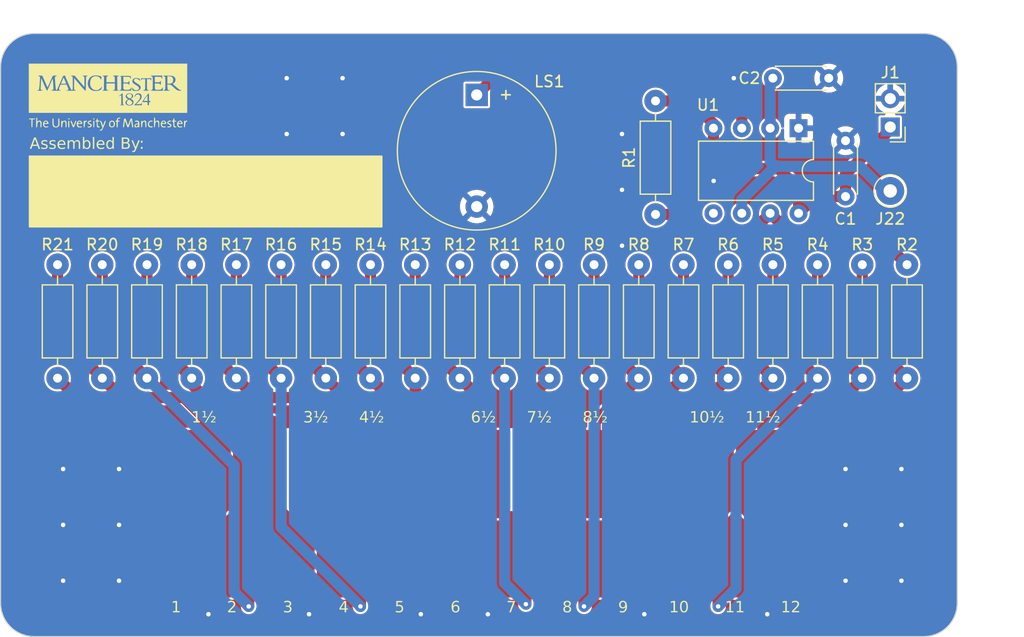
<source format=kicad_pcb>
(kicad_pcb (version 20221018) (generator pcbnew)
  (layers (0 "F.Cu" signal) (31 "B.Cu" signal) (34 "B.Paste" user) (35 "F.Paste" user) (36 "B.SilkS" user "B.Silkscreen") (37 "F.SilkS" user "F.Silkscreen") (38 "B.Mask" user) (39 "F.Mask" user) (44 "Edge.Cuts" user))
  (net 0 "")
  (net 1 "VCC")
  (net 2 "GND")
  (net 3 "Net-(J22-Pin_1)")
  (net 4 "Net-(J2-Pin_1)")
  (net 5 "Net-(J3-Pin_1)")
  (net 6 "Net-(J4-Pin_1)")
  (net 7 "Net-(J5-Pin_1)")
  (net 8 "Net-(J6-Pin_1)")
  (net 9 "Net-(J7-Pin_1)")
  (net 10 "Net-(J8-Pin_1)")
  (net 11 "Net-(J9-Pin_1)")
  (net 12 "Net-(J10-Pin_1)")
  (net 13 "Net-(J11-Pin_1)")
  (net 14 "Net-(J12-Pin_1)")
  (net 15 "Net-(J13-Pin_1)")
  (net 16 "Net-(J14-Pin_1)")
  (net 17 "Net-(J15-Pin_1)")
  (net 18 "Net-(J16-Pin_1)")
  (net 19 "Net-(J17-Pin_1)")
  (net 20 "Net-(J18-Pin_1)")
  (net 21 "Net-(J19-Pin_1)")
  (net 22 "Net-(J20-Pin_1)")
  (net 23 "Net-(J21-Pin_1)")
  (net 24 "Net-(U1-Q)")
  (net 25 "Net-(U1-DIS)")
  (footprint "Package_DIP:DIP-8_W7.62mm" (layer "F.Cu") (at 155.8 104.48 -90)
    (fp_text reference "U1" (at -2.08 8.1 -180) (layer "F.SilkS"))
    (fp_text value "NE555P")
    (pad "1" thru_hole rect (at 0 0 270) (size 1.6 1.6) (drill 0.8) (layers "*.Cu" "*.Mask") (net 2 "GND"))
    (pad "2" thru_hole oval (at 0 2.54 270) (size 1.6 1.6) (drill 0.8) (layers "*.Cu" "*.Mask") (net 3 "Net-(J22-Pin_1)"))
    (pad "3" thru_hole oval (at 0 5.08 270) (size 1.6 1.6) (drill 0.8) (layers "*.Cu" "*.Mask") (net 24 "Net-(U1-Q)"))
    (pad "4" thru_hole oval (at 0 7.62 270) (size 1.6 1.6) (drill 0.8) (layers "*.Cu" "*.Mask") (net 1 "VCC"))
    (pad "5" thru_hole oval (at 7.62 7.62 270) (size 1.6 1.6) (drill 0.8) (layers "*.Cu" "*.Mask"))
    (pad "6" thru_hole oval (at 7.62 5.08 270) (size 1.6 1.6) (drill 0.8) (layers "*.Cu" "*.Mask") (net 3 "Net-(J22-Pin_1)"))
    (pad "7" thru_hole oval (at 7.62 2.54 270) (size 1.6 1.6) (drill 0.8) (layers "*.Cu" "*.Mask") (net 25 "Net-(U1-DIS)"))
    (pad "8" thru_hole oval (at 7.62 0 270) (size 1.6 1.6) (drill 0.8) (layers "*.Cu" "*.Mask") (net 1 "VCC"))
  )
  (footprint "Library:R_Axial_DIN0207_L6.3mm_D2.5mm_P10.16mm_Horizontal" (layer "F.Cu") (at 109.5 116.7 -90)
    (fp_text reference "R16" (at -1.8 0) (layer "F.SilkS"))
    (fp_text value "3.48k, 1%")
    (pad "1" thru_hole circle (at 0 0 270) (size 2 2) (drill 0.8) (layers "*.Cu" "*.Mask") (net 17 "Net-(J15-Pin_1)"))
    (pad "2" thru_hole circle (at 10.16 0 270) (size 2 2) (drill 0.8) (layers "*.Cu" "*.Mask") (net 18 "Net-(J16-Pin_1)"))
  )
  (footprint "Library:R_Axial_DIN0207_L6.3mm_D2.5mm_P10.16mm_Horizontal" (layer "F.Cu") (at 165.5 116.7 -90)
    (fp_text reference "R2" (at -1.8 0) (layer "F.SilkS"))
    (fp_text value "22.1k, 1%")
    (pad "1" thru_hole circle (at 0 0 270) (size 2 2) (drill 0.8) (layers "*.Cu" "*.Mask") (net 25 "Net-(U1-DIS)"))
    (pad "2" thru_hole circle (at 10.16 0 270) (size 2 2) (drill 0.8) (layers "*.Cu" "*.Mask") (net 4 "Net-(J2-Pin_1)"))
  )
  (footprint "Buzzer_Beeper:Buzzer_D14mm_H7mm_P10mm" (layer "F.Cu") (at 127 101.5 -90)
    (fp_text reference "LS1" (at -1.2 -6.5 -180) (layer "F.SilkS"))
    (fp_text value "Piezo Sounder")
    (fp_text user "+" (at -0.01 -2.54 90) (layer "F.SilkS"))
    (pad "1" thru_hole rect (at 0 0 270) (size 2 2) (drill 1) (layers "*.Cu" "*.Mask") (net 24 "Net-(U1-Q)"))
    (pad "2" thru_hole circle (at 10 0 270) (size 2 2) (drill 1) (layers "*.Cu" "*.Mask") (net 2 "GND"))
  )
  (footprint "Library:R_Axial_DIN0207_L6.3mm_D2.5mm_P10.16mm_Horizontal" (layer "F.Cu") (at 101.5 116.7 -90)
    (fp_text reference "R18" (at -1.8 0) (layer "F.SilkS"))
    (fp_text value "3.83k, 1%")
    (pad "1" thru_hole circle (at 0 0 270) (size 2 2) (drill 0.8) (layers "*.Cu" "*.Mask") (net 19 "Net-(J17-Pin_1)"))
    (pad "2" thru_hole circle (at 10.16 0 270) (size 2 2) (drill 0.8) (layers "*.Cu" "*.Mask") (net 20 "Net-(J18-Pin_1)"))
  )
  (footprint "Library:R_Axial_DIN0207_L6.3mm_D2.5mm_P10.16mm_Horizontal" (layer "F.Cu") (at 105.5 116.7 -90)
    (fp_text reference "R17" (at -1.8 0) (layer "F.SilkS"))
    (fp_text value "3.65k, 1%")
    (pad "1" thru_hole circle (at 0 0 270) (size 2 2) (drill 0.8) (layers "*.Cu" "*.Mask") (net 18 "Net-(J16-Pin_1)"))
    (pad "2" thru_hole circle (at 10.16 0 270) (size 2 2) (drill 0.8) (layers "*.Cu" "*.Mask") (net 19 "Net-(J17-Pin_1)"))
  )
  (footprint "Library:R_Axial_DIN0207_L6.3mm_D2.5mm_P10.16mm_Horizontal" (layer "F.Cu") (at 93.5 116.7 -90)
    (fp_text reference "R20" (at -1.8 0) (layer "F.SilkS"))
    (fp_text value "4.32k, 1%")
    (pad "1" thru_hole circle (at 0 0 270) (size 2 2) (drill 0.8) (layers "*.Cu" "*.Mask") (net 21 "Net-(J19-Pin_1)"))
    (pad "2" thru_hole circle (at 10.16 0 270) (size 2 2) (drill 0.8) (layers "*.Cu" "*.Mask") (net 22 "Net-(J20-Pin_1)"))
  )
  (footprint "Library:R_Axial_DIN0207_L6.3mm_D2.5mm_P10.16mm_Horizontal" (layer "F.Cu") (at 121.5 116.7 -90)
    (fp_text reference "R13" (at -1.8 0) (layer "F.SilkS"))
    (fp_text value "2.87k, 1%")
    (pad "1" thru_hole circle (at 0 0 270) (size 2 2) (drill 0.8) (layers "*.Cu" "*.Mask") (net 14 "Net-(J12-Pin_1)"))
    (pad "2" thru_hole circle (at 10.16 0 270) (size 2 2) (drill 0.8) (layers "*.Cu" "*.Mask") (net 15 "Net-(J13-Pin_1)"))
  )
  (footprint "TestPoint:TestPoint_THTPad_D2.5mm_Drill1.2mm" (layer "F.Cu") (at 164 110.1)
    (fp_text reference "J22" (at 0 2.5) (layer "F.SilkS"))
    (fp_text value "Stylus")
    (pad "1" thru_hole circle (at 0 0) (size 2.5 2.5) (drill 1.2) (layers "*.Cu" "*.Mask") (net 3 "Net-(J22-Pin_1)"))
  )
  (footprint "Capacitor_THT:C_Disc_D4.3mm_W1.9mm_P5.00mm" (layer "F.Cu") (at 153.5 100)
    (fp_text reference "C2" (at -2.1 0) (layer "F.SilkS"))
    (fp_text value "10n")
    (pad "1" thru_hole circle (at 0 0) (size 1.6 1.6) (drill 0.8) (layers "*.Cu" "*.Mask") (net 3 "Net-(J22-Pin_1)"))
    (pad "2" thru_hole circle (at 5 0) (size 1.6 1.6) (drill 0.8) (layers "*.Cu" "*.Mask") (net 2 "GND"))
  )
  (footprint "Library:R_Axial_DIN0207_L6.3mm_D2.5mm_P10.16mm_Horizontal" (layer "F.Cu") (at 129.5 116.7 -90)
    (fp_text reference "R11" (at -1.8 0) (layer "F.SilkS"))
    (fp_text value "2.61k, 1%")
    (pad "1" thru_hole circle (at 0 0 270) (size 2 2) (drill 0.8) (layers "*.Cu" "*.Mask") (net 12 "Net-(J10-Pin_1)"))
    (pad "2" thru_hole circle (at 10.16 0 270) (size 2 2) (drill 0.8) (layers "*.Cu" "*.Mask") (net 13 "Net-(J11-Pin_1)"))
  )
  (footprint "Connector_PinHeader_2.54mm:PinHeader_1x02_P2.54mm_Vertical" (layer "F.Cu") (at 164 104.375 180)
    (fp_text reference "J1" (at 0 4.875) (layer "F.SilkS"))
    (fp_text value "Batt")
    (pad "1" thru_hole rect (at 0 0 180) (size 1.7 1.7) (drill 1) (layers "*.Cu" "*.Mask") (net 1 "VCC"))
    (pad "2" thru_hole oval (at 0 2.54 180) (size 1.7 1.7) (drill 1) (layers "*.Cu" "*.Mask") (net 2 "GND"))
  )
  (footprint "Library:R_Axial_DIN0207_L6.3mm_D2.5mm_P10.16mm_Horizontal" (layer "F.Cu") (at 133.5 116.7 -90)
    (fp_text reference "R10" (at -1.8 0) (layer "F.SilkS"))
    (fp_text value "2.43k, 1%")
    (pad "1" thru_hole circle (at 0 0 270) (size 2 2) (drill 0.8) (layers "*.Cu" "*.Mask") (net 11 "Net-(J9-Pin_1)"))
    (pad "2" thru_hole circle (at 10.16 0 270) (size 2 2) (drill 0.8) (layers "*.Cu" "*.Mask") (net 12 "Net-(J10-Pin_1)"))
  )
  (footprint "Library:R_Axial_DIN0207_L6.3mm_D2.5mm_P10.16mm_Horizontal" (layer "F.Cu") (at 141.5 116.7 -90)
    (fp_text reference "R8" (at -1.8 0) (layer "F.SilkS"))
    (fp_text value "2.15k, 1%")
    (pad "1" thru_hole circle (at 0 0 270) (size 2 2) (drill 0.8) (layers "*.Cu" "*.Mask") (net 9 "Net-(J7-Pin_1)"))
    (pad "2" thru_hole circle (at 10.16 0 270) (size 2 2) (drill 0.8) (layers "*.Cu" "*.Mask") (net 10 "Net-(J8-Pin_1)"))
  )
  (footprint "Library:R_Axial_DIN0207_L6.3mm_D2.5mm_P10.16mm_Horizontal" (layer "F.Cu") (at 125.5 116.7 -90)
    (fp_text reference "R12" (at -1.8 0) (layer "F.SilkS"))
    (fp_text value "2.74k, 1%")
    (pad "1" thru_hole circle (at 0 0 270) (size 2 2) (drill 0.8) (layers "*.Cu" "*.Mask") (net 13 "Net-(J11-Pin_1)"))
    (pad "2" thru_hole circle (at 10.16 0 270) (size 2 2) (drill 0.8) (layers "*.Cu" "*.Mask") (net 14 "Net-(J12-Pin_1)"))
  )
  (footprint "Library:R_Axial_DIN0207_L6.3mm_D2.5mm_P10.16mm_Horizontal" (layer "F.Cu") (at 143 112.2 90)
    (fp_text reference "R1" (at 5.08 -2.37 90) (layer "F.SilkS"))
    (fp_text value "10k")
    (pad "1" thru_hole circle (at 0 0 90) (size 2 2) (drill 0.8) (layers "*.Cu" "*.Mask") (net 25 "Net-(U1-DIS)"))
    (pad "2" thru_hole circle (at 10.16 0 90) (size 2 2) (drill 0.8) (layers "*.Cu" "*.Mask") (net 1 "VCC"))
  )
  (footprint "Library:R_Axial_DIN0207_L6.3mm_D2.5mm_P10.16mm_Horizontal" (layer "F.Cu") (at 113.5 116.7 -90)
    (fp_text reference "R15" (at -1.8 0) (layer "F.SilkS"))
    (fp_text value "3.24k, 1%")
    (pad "1" thru_hole circle (at 0 0 270) (size 2 2) (drill 0.8) (layers "*.Cu" "*.Mask") (net 16 "Net-(J14-Pin_1)"))
    (pad "2" thru_hole circle (at 10.16 0 270) (size 2 2) (drill 0.8) (layers "*.Cu" "*.Mask") (net 17 "Net-(J15-Pin_1)"))
  )
  (footprint "Library:R_Axial_DIN0207_L6.3mm_D2.5mm_P10.16mm_Horizontal" (layer "F.Cu") (at 149.5 116.7 -90)
    (fp_text reference "R6" (at -1.8 0) (layer "F.SilkS"))
    (fp_text value "1.91k, 1%")
    (pad "1" thru_hole circle (at 0 0 270) (size 2 2) (drill 0.8) (layers "*.Cu" "*.Mask") (net 7 "Net-(J5-Pin_1)"))
    (pad "2" thru_hole circle (at 10.16 0 270) (size 2 2) (drill 0.8) (layers "*.Cu" "*.Mask") (net 8 "Net-(J6-Pin_1)"))
  )
  (footprint "Capacitor_THT:C_Disc_D4.3mm_W1.9mm_P5.00mm" (layer "F.Cu") (at 160 110.6 90)
    (fp_text reference "C1" (at -2 0 180) (layer "F.SilkS"))
    (fp_text value "100n")
    (pad "1" thru_hole circle (at 0 0 90) (size 1.6 1.6) (drill 0.8) (layers "*.Cu" "*.Mask") (net 1 "VCC"))
    (pad "2" thru_hole circle (at 5 0 90) (size 1.6 1.6) (drill 0.8) (layers "*.Cu" "*.Mask") (net 2 "GND"))
  )
  (footprint "Library:R_Axial_DIN0207_L6.3mm_D2.5mm_P10.16mm_Horizontal" (layer "F.Cu") (at 97.5 116.7 -90)
    (fp_text reference "R19" (at -1.8 0) (layer "F.SilkS"))
    (fp_text value "4.12k, 1%")
    (pad "1" thru_hole circle (at 0 0 270) (size 2 2) (drill 0.8) (layers "*.Cu" "*.Mask") (net 20 "Net-(J18-Pin_1)"))
    (pad "2" thru_hole circle (at 10.16 0 270) (size 2 2) (drill 0.8) (layers "*.Cu" "*.Mask") (net 21 "Net-(J19-Pin_1)"))
  )
  (footprint "Library:R_Axial_DIN0207_L6.3mm_D2.5mm_P10.16mm_Horizontal" (layer "F.Cu") (at 161.5 116.7 -90)
    (fp_text reference "R3" (at -1.8 0) (layer "F.SilkS"))
    (fp_text value "1.63k, 1%")
    (pad "1" thru_hole circle (at 0 0 270) (size 2 2) (drill 0.8) (layers "*.Cu" "*.Mask") (net 4 "Net-(J2-Pin_1)"))
    (pad "2" thru_hole circle (at 10.16 0 270) (size 2 2) (drill 0.8) (layers "*.Cu" "*.Mask") (net 5 "Net-(J3-Pin_1)"))
  )
  (footprint "Library:R_Axial_DIN0207_L6.3mm_D2.5mm_P10.16mm_Horizontal" (layer "F.Cu") (at 157.5 116.7 -90)
    (fp_text reference "R4" (at -1.8 0) (layer "F.SilkS"))
    (fp_text value "1.74k, 1%")
    (pad "1" thru_hole circle (at 0 0 270) (size 2 2) (drill 0.8) (layers "*.Cu" "*.Mask") (net 5 "Net-(J3-Pin_1)"))
    (pad "2" thru_hole circle (at 10.16 0 270) (size 2 2) (drill 0.8) (layers "*.Cu" "*.Mask") (net 6 "Net-(J4-Pin_1)"))
  )
  (footprint "Library:R_Axial_DIN0207_L6.3mm_D2.5mm_P10.16mm_Horizontal" (layer "F.Cu") (at 89.5 116.7 -90)
    (fp_text reference "R21" (at -1.8 0) (layer "F.SilkS"))
    (fp_text value "4.64k, 1%")
    (pad "1" thru_hole circle (at 0 0 270) (size 2 2) (drill 0.8) (layers "*.Cu" "*.Mask") (net 22 "Net-(J20-Pin_1)"))
    (pad "2" thru_hole circle (at 10.16 0 270) (size 2 2) (drill 0.8) (layers "*.Cu" "*.Mask") (net 23 "Net-(J21-Pin_1)"))
  )
  (footprint "Library:R_Axial_DIN0207_L6.3mm_D2.5mm_P10.16mm_Horizontal" (layer "F.Cu") (at 145.5 116.7 -90)
    (fp_text reference "R7" (at -1.8 0) (layer "F.SilkS"))
    (fp_text value "2.05k, 1%")
    (pad "1" thru_hole circle (at 0 0 270) (size 2 2) (drill 0.8) (layers "*.Cu" "*.Mask") (net 8 "Net-(J6-Pin_1)"))
    (pad "2" thru_hole circle (at 10.16 0 270) (size 2 2) (drill 0.8) (layers "*.Cu" "*.Mask") (net 9 "Net-(J7-Pin_1)"))
  )
  (footprint "LOGO" (layer "F.Cu") (at 94 101.7)
    (fp_text reference "G***" hide)
    (fp_text value "LOGO" hide)
  )
  (footprint "Library:R_Axial_DIN0207_L6.3mm_D2.5mm_P10.16mm_Horizontal" (layer "F.Cu") (at 137.5 116.7 -90)
    (fp_text reference "R9" (at -1.8 0) (layer "F.SilkS"))
    (fp_text value "2.32k, 1%")
    (pad "1" thru_hole circle (at 0 0 270) (size 2 2) (drill 0.8) (layers "*.Cu" "*.Mask") (net 10 "Net-(J8-Pin_1)"))
    (pad "2" thru_hole circle (at 10.16 0 270) (size 2 2) (drill 0.8) (layers "*.Cu" "*.Mask") (net 11 "Net-(J9-Pin_1)"))
  )
  (footprint "Library:R_Axial_DIN0207_L6.3mm_D2.5mm_P10.16mm_Horizontal" (layer "F.Cu") (at 153.5 116.7 -90)
    (fp_text reference "R5" (at -1.8 0) (layer "F.SilkS"))
    (fp_text value "1.82k, 1%")
    (pad "1" thru_hole circle (at 0 0 270) (size 2 2) (drill 0.8) (layers "*.Cu" "*.Mask") (net 6 "Net-(J4-Pin_1)"))
    (pad "2" thru_hole circle (at 10.16 0 270) (size 2 2) (drill 0.8) (layers "*.Cu" "*.Mask") (net 7 "Net-(J5-Pin_1)"))
  )
  (footprint "Library:R_Axial_DIN0207_L6.3mm_D2.5mm_P10.16mm_Horizontal" (layer "F.Cu") (at 117.5 116.7 -90)
    (fp_text reference "R14" (at -1.8 0) (layer "F.SilkS"))
    (fp_text value "3.01k, 1%")
    (pad "1" thru_hole circle (at 0 0 270) (size 2 2) (drill 0.8) (layers "*.Cu" "*.Mask") (net 15 "Net-(J13-Pin_1)"))
    (pad "2" thru_hole circle (at 10.16 0 270) (size 2 2) (drill 0.8) (layers "*.Cu" "*.Mask") (net 16 "Net-(J14-Pin_1)"))
  )
  (gr_rect (start 87 107) (end 118.5 113.3) (stroke (width 0.15)) (fill solid) (layer "F.SilkS"))
  (gr_line (start 170 147) (end 170 99) (stroke (width 0.1)) (layer "Edge.Cuts"))
  (gr_line (start 167 96) (end 87.4 96) (stroke (width 0.1)) (layer "Edge.Cuts"))
  (gr_arc (start 84.4 99) (mid 85.27868 96.87868) (end 87.4 96) (stroke (width 0.1)) (layer "Edge.Cuts"))
  (gr_line (start 84.4 99) (end 84.4 147) (stroke (width 0.1)) (layer "Edge.Cuts"))
  (gr_arc (start 87.4 150) (mid 85.27868 149.12132) (end 84.4 147) (stroke (width 0.1)) (layer "Edge.Cuts"))
  (gr_arc (start 167 96) (mid 169.12132 96.87868) (end 170 99) (stroke (width 0.1)) (layer "Edge.Cuts"))
  (gr_arc (start 170 147) (mid 169.12132 149.12132) (end 167 150) (stroke (width 0.1)) (layer "Edge.Cuts"))
  (gr_line (start 87.4 150) (end 167 150) (stroke (width 0.1)) (layer "Edge.Cuts"))
  (gr_text "6½" (at 127.6 131) (layer "F.SilkS") (effects (font (size 1 1)) (justify bottom)))
  (gr_text "11" (at 150.1 148) (layer "F.SilkS") (effects (font (size 1 1)) (justify bottom)))
  (gr_text "8" (at 135.1 148) (layer "F.SilkS") (effects (font (size 1 1)) (justify bottom)))
  (gr_text "3" (at 110.1 148) (layer "F.SilkS") (effects (font (size 1 1)) (justify bottom)))
  (gr_text "12" (at 155.1 148) (layer "F.SilkS") (effects (font (size 1 1)) (justify bottom)))
  (gr_text "3½" (at 112.6 131) (layer "F.SilkS") (effects (font (size 1 1)) (justify bottom)))
  (gr_text "1½" (at 102.6 131) (layer "F.SilkS") (effects (font (size 1 1)) (justify bottom)))
  (gr_text "10" (at 145.1 148) (layer "F.SilkS") (effects (font (size 1 1)) (justify bottom)))
  (gr_text "4½" (at 117.6 131) (layer "F.SilkS") (effects (font (size 1 1)) (justify bottom)))
  (gr_text "6" (at 125.1 148) (layer "F.SilkS") (effects (font (size 1 1)) (justify bottom)))
  (gr_text "4" (at 115.1 148) (layer "F.SilkS") (effects (font (size 1 1)) (justify bottom)))
  (gr_text "10½" (at 147.6 131) (layer "F.SilkS") (effects (font (size 1 1)) (justify bottom)))
  (gr_text "1" (at 100.1 148) (layer "F.SilkS") (effects (font (size 1 1)) (justify bottom)))
  (gr_text "8½" (at 137.6 131) (layer "F.SilkS") (effects (font (size 1 1)) (justify bottom)))
  (gr_text "11½" (at 152.6 131) (layer "F.SilkS") (effects (font (size 1 1)) (justify bottom)))
  (gr_text "Assembled By:" (at 87 106.5) (layer "F.SilkS") (effects (font (size 1 1)) (justify left bottom)))
  (gr_text "7" (at 130.1 148) (layer "F.SilkS") (effects (font (size 1 1)) (justify bottom)))
  (gr_text "9" (at 140.1 148) (layer "F.SilkS") (effects (font (size 1 1)) (justify bottom)))
  (gr_text "7½" (at 132.6 131) (layer "F.SilkS") (effects (font (size 1 1)) (justify bottom)))
  (gr_text "2" (at 105.1 148) (layer "F.SilkS") (effects (font (size 1 1)) (justify bottom)))
  (gr_text "5" (at 120.1 148) (layer "F.SilkS") (effects (font (size 1 1)) (justify bottom)))
  (segment (start 155.8 112.1) (end 155.8 109.9) (width 1) (layer "F.Cu") (net 1))
  (segment (start 146.14 102.04) (end 148.18 104.08) (width 1) (layer "F.Cu") (net 1))
  (segment (start 155.8 109.9) (end 154 108.1) (width 1) (layer "F.Cu") (net 1))
  (segment (start 143 102.04) (end 146.14 102.04) (width 1) (layer "F.Cu") (net 1))
  (segment (start 160 110.6) (end 157.3 110.6) (width 1) (layer "F.Cu") (net 1))
  (segment (start 160 108.6) (end 160 110.6) (width 1) (layer "F.Cu") (net 1))
  (segment (start 154 108.1) (end 150.5 108.1) (width 1) (layer "F.Cu") (net 1))
  (segment (start 148.18 104.08) (end 148.18 104.48) (width 1) (layer "F.Cu") (net 1))
  (segment (start 157.3 110.6) (end 155.8 112.1) (width 1) (layer "F.Cu") (net 1))
  (segment (start 164 104.375) (end 164 104.6) (width 1) (layer "F.Cu") (net 1))
  (segment (start 148.18 105.78) (end 148.18 104.48) (width 1) (layer "F.Cu") (net 1))
  (segment (start 164 104.6) (end 160 108.6) (width 1) (layer "F.Cu") (net 1))
  (segment (start 150.5 108.1) (end 148.18 105.78) (width 1) (layer "F.Cu") (net 1))
  (via (at 142 148) (size 0.8) (drill 0.4) (layers "F.Cu" "B.Cu") (net 2))
  (via (at 165 140) (size 0.8) (drill 0.4) (layers "F.Cu" "B.Cu") (net 2))
  (via (at 128 148) (size 0.8) (drill 0.4) (layers "F.Cu" "B.Cu") (net 2))
  (via (at 110 100) (size 0.8) (drill 0.4) (layers "F.Cu" "B.Cu") (net 2))
  (via (at 165 135) (size 0.8) (drill 0.4) (layers "F.Cu" "B.Cu") (net 2))
  (via (at 153 148) (size 0.8) (drill 0.4) (layers "F.Cu" "B.Cu") (net 2))
  (via (at 103 148) (size 0.8) (drill 0.4) (layers "F.Cu" "B.Cu") (net 2))
  (via (at 160 140) (size 0.8) (drill 0.4) (layers "F.Cu" "B.Cu") (net 2))
  (via (at 90 140) (size 0.8) (drill 0.4) (layers "F.Cu" "B.Cu") (net 2))
  (via (at 140 115) (size 0.8) (drill 0.4) (layers "F.Cu" "B.Cu") (net 2))
  (via (at 115 100) (size 0.8) (drill 0.4) (layers "F.Cu" "B.Cu") (net 2))
  (via (at 95 145) (size 0.8) (drill 0.4) (layers "F.Cu" "B.Cu") (net 2))
  (via (at 95 140) (size 0.8) (drill 0.4) (layers "F.Cu" "B.Cu") (net 2))
  (via (at 160 145) (size 0.8) (drill 0.4) (layers "F.Cu" "B.Cu") (net 2))
  (via (at 95 135) (size 0.8) (drill 0.4) (layers "F.Cu" "B.Cu") (net 2))
  (via (at 148.2 109.2) (size 0.8) (drill 0.4) (layers "F.Cu" "B.Cu") (net 2))
  (via (at 150 100) (size 0.8) (drill 0.4) (layers "F.Cu" "B.Cu") (net 2))
  (via (at 90 135) (size 0.8) (drill 0.4) (layers "F.Cu" "B.Cu") (net 2))
  (via (at 140 105) (size 0.8) (drill 0.4) (layers "F.Cu" "B.Cu") (net 2))
  (via (at 165 145) (size 0.8) (drill 0.4) (layers "F.Cu" "B.Cu") (net 2))
  (via (at 112 148) (size 0.8) (drill 0.4) (layers "F.Cu" "B.Cu") (net 2))
  (via (at 115 105) (size 0.8) (drill 0.4) (layers "F.Cu" "B.Cu") (net 2))
  (via (at 160 135) (size 0.8) (drill 0.4) (layers "F.Cu" "B.Cu") (net 2))
  (via (at 122 148) (size 0.8) (drill 0.4) (layers "F.Cu" "B.Cu") (net 2))
  (via (at 90 145) (size 0.8) (drill 0.4) (layers "F.Cu" "B.Cu") (net 2))
  (via (at 140 110) (size 0.8) (drill 0.4) (layers "F.Cu" "B.Cu") (net 2))
  (via (at 110 105) (size 0.8) (drill 0.4) (layers "F.Cu" "B.Cu") (net 2))
  (segment (start 153.26 107.46) (end 153.26 104.48) (width 1) (layer "B.Cu") (net 3))
  (segment (start 153.26 104.48) (end 153.26 100.24) (width 1) (layer "B.Cu") (net 3))
  (segment (start 153.26 100.24) (end 153.5 100) (width 1) (layer "B.Cu") (net 3))
  (segment (start 164 110.1) (end 163.5 110.1) (width 1) (layer "B.Cu") (net 3))
  (segment (start 150.72 112.1) (end 150.72 110.88) (width 1) (layer "B.Cu") (net 3))
  (segment (start 153.7 107.9) (end 153.26 107.46) (width 1) (layer "B.Cu") (net 3))
  (segment (start 163.5 110.1) (end 161.3 107.9) (width 1) (layer "B.Cu") (net 3))
  (segment (start 161.3 107.9) (end 153.7 107.9) (width 1) (layer "B.Cu") (net 3))
  (segment (start 150.72 110.88) (end 153.7 107.9) (width 1) (layer "B.Cu") (net 3))
  (segment (start 155.1 141.5) (end 155.1 140.7) (width 1) (layer "F.Cu") (net 4))
  (segment (start 156.7 130.8) (end 161.56 130.8) (width 1) (layer "F.Cu") (net 4))
  (segment (start 161.5 122.86) (end 165.5 126.86) (width 1) (layer "F.Cu") (net 4))
  (segment (start 161.5 116.7) (end 161.5 122.86) (width 1) (layer "F.Cu") (net 4))
  (segment (start 156.4 131.1) (end 156.7 130.8) (width 1) (layer "F.Cu") (net 4))
  (segment (start 161.56 130.8) (end 165.5 126.86) (width 1) (layer "F.Cu") (net 4))
  (segment (start 156.4 139.4) (end 156.4 131.1) (width 1) (layer "F.Cu") (net 4))
  (segment (start 155.1 140.7) (end 156.4 139.4) (width 1) (layer "F.Cu") (net 4))
  (segment (start 152.6 130.75) (end 154.65 128.7) (width 1) (layer "F.Cu") (net 5))
  (segment (start 154.65 128.7) (end 159.7 128.7) (width 1) (layer "F.Cu") (net 5))
  (segment (start 157.5 122.86) (end 161.5 126.86) (width 1) (layer "F.Cu") (net 5))
  (segment (start 157.5 116.7) (end 157.5 122.86) (width 1) (layer "F.Cu") (net 5))
  (segment (start 161.5 126.9) (end 161.5 126.86) (width 1) (layer "F.Cu") (net 5))
  (segment (start 159.7 128.7) (end 161.5 126.9) (width 1) (layer "F.Cu") (net 5))
  (segment (start 152.6 136.5) (end 152.6 130.75) (width 1) (layer "F.Cu") (net 5))
  (segment (start 150.1 143.7) (end 150.1 141.5) (width 1) (layer "F.Cu") (net 6))
  (segment (start 148.6 147.3) (end 148.6 145.2) (width 1) (layer "F.Cu") (net 6))
  (segment (start 153.5 122.86) (end 157.5 126.86) (width 1) (layer "F.Cu") (net 6))
  (segment (start 153.5 116.7) (end 153.5 122.86) (width 1) (layer "F.Cu") (net 6))
  (segment (start 148.6 145.2) (end 150.1 143.7) (width 1) (layer "F.Cu") (net 6))
  (via (at 148.6 147.3) (size 0.8) (drill 0.4) (layers "F.Cu" "B.Cu") (net 6))
  (segment (start 150.2 145.7) (end 150.2 134.16) (width 1) (layer "B.Cu") (net 6))
  (segment (start 150.2 134.16) (end 157.5 126.86) (width 1) (layer "B.Cu") (net 6))
  (segment (start 148.6 147.3) (end 150.2 145.7) (width 1) (layer "B.Cu") (net 6))
  (segment (start 147.6 136.5) (end 147.6 131.3) (width 1) (layer "F.Cu") (net 7))
  (segment (start 149.5 122.86) (end 153.5 126.86) (width 1) (layer "F.Cu") (net 7))
  (segment (start 149.9 129) (end 151.36 129) (width 1) (layer "F.Cu") (net 7))
  (segment (start 147.6 131.3) (end 149.9 129) (width 1) (layer "F.Cu") (net 7))
  (segment (start 149.5 116.7) (end 149.5 122.86) (width 1) (layer "F.Cu") (net 7))
  (segment (start 151.36 129) (end 153.5 126.86) (width 1) (layer "F.Cu") (net 7))
  (segment (start 147.56 128.8) (end 149.5 126.86) (width 1) (layer "F.Cu") (net 8))
  (segment (start 146 128.8) (end 147.56 128.8) (width 1) (layer "F.Cu") (net 8))
  (segment (start 145.1 141.5) (end 143.9 140.3) (width 1) (layer "F.Cu") (net 8))
  (segment (start 145.5 116.7) (end 145.5 122.86) (width 1) (layer "F.Cu") (net 8))
  (segment (start 143.9 130.9) (end 146 128.8) (width 1) (layer "F.Cu") (net 8))
  (segment (start 145.5 122.86) (end 149.5 126.86) (width 1) (layer "F.Cu") (net 8))
  (segment (start 143.9 140.3) (end 143.9 130.9) (width 1) (layer "F.Cu") (net 8))
  (segment (start 141.5 122.86) (end 145.5 126.86) (width 1) (layer "F.Cu") (net 9))
  (segment (start 141.5 116.7) (end 141.5 122.86) (width 1) (layer "F.Cu") (net 9))
  (segment (start 141.3 140.3) (end 141.3 131) (width 1) (layer "F.Cu") (net 9))
  (segment (start 141.3 131) (end 145.44 126.86) (width 1) (layer "F.Cu") (net 9))
  (segment (start 145.44 126.86) (end 145.5 126.86) (width 1) (layer "F.Cu") (net 9))
  (segment (start 140.1 141.5) (end 141.3 140.3) (width 1) (layer "F.Cu") (net 9))
  (segment (start 137.5 116.7) (end 137.5 122.86) (width 1) (layer "F.Cu") (net 10))
  (segment (start 137.6 136.5) (end 137.6 130.76) (width 1) (layer "F.Cu") (net 10))
  (segment (start 137.6 130.76) (end 141.5 126.86) (width 1) (layer "F.Cu") (net 10))
  (segment (start 137.5 122.86) (end 141.5 126.86) (width 1) (layer "F.Cu") (net 10))
  (segment (start 133.5 122.86) (end 137.5 126.86) (width 1) (layer "F.Cu") (net 11))
  (segment (start 135.1 144) (end 136.4 145.3) (width 1) (layer "F.Cu") (net 11))
  (segment (start 133.5 116.7) (end 133.5 122.86) (width 1) (layer "F.Cu") (net 11))
  (segment (start 136.6 145.5) (end 136.6 147.3) (width 1) (layer "F.Cu") (net 11))
  (segment (start 136.4 145.3) (end 136.6 145.5) (width 1) (layer "F.Cu") (net 11))
  (segment (start 135.1 141.5) (end 135.1 144) (width 1) (layer "F.Cu") (net 11))
  (via (at 136.6 147.3) (size 0.8) (drill 0.4) (layers "F.Cu" "B.Cu") (net 11))
  (segment (start 137.5 146.4) (end 137.5 126.86) (width 1) (layer "B.Cu") (net 11))
  (segment (start 136.6 147.3) (end 137.5 146.4) (width 1) (layer "B.Cu") (net 11))
  (segment (start 132.6 136.5) (end 132.6 127.76) (width 1) (layer "F.Cu") (net 12))
  (segment (start 132.6 127.76) (end 133.5 126.86) (width 1) (layer "F.Cu") (net 12))
  (segment (start 129.5 116.7) (end 129.5 122.86) (width 1) (layer "F.Cu") (net 12))
  (segment (start 129.5 122.86) (end 133.5 126.86) (width 1) (layer "F.Cu") (net 12))
  (segment (start 125.5 116.7) (end 125.5 122.86) (width 1) (layer "F.Cu") (net 13))
  (segment (start 125.5 122.86) (end 129.5 126.86) (width 1) (layer "F.Cu") (net 13))
  (segment (start 130.1 141.5) (end 130.1 144.3) (width 1) (layer "F.Cu") (net 13))
  (segment (start 131.4 145.6) (end 131.4 147.1) (width 1) (layer "F.Cu") (net 13))
  (segment (start 130.1 144.3) (end 131.4 145.6) (width 1) (layer "F.Cu") (net 13))
  (via (at 131.4 147.1) (size 0.8) (drill 0.4) (layers "F.Cu" "B.Cu") (net 13))
  (segment (start 131.4 147.1) (end 129.5 145.2) (width 1) (layer "B.Cu") (net 13))
  (segment (start 129.5 145.2) (end 129.5 126.86) (width 1) (layer "B.Cu") (net 13))
  (segment (start 121.5 116.7) (end 121.5 122.86) (width 1) (layer "F.Cu") (net 14))
  (segment (start 127.6 128.96) (end 125.5 126.86) (width 1) (layer "F.Cu") (net 14))
  (segment (start 121.5 122.86) (end 125.5 126.86) (width 1) (layer "F.Cu") (net 14))
  (segment (start 127.6 136.5) (end 127.6 128.96) (width 1) (layer "F.Cu") (net 14))
  (segment (start 117.5 122.86) (end 121.5 126.86) (width 1) (layer "F.Cu") (net 15))
  (segment (start 117.5 116.7) (end 117.5 122.86) (width 1) (layer "F.Cu") (net 15))
  (segment (start 121.5 128) (end 121.5 126.86) (width 1) (layer "F.Cu") (net 15))
  (segment (start 125.1 141.5) (end 123.9 140.3) (width 1) (layer "F.Cu") (net 15))
  (segment (start 123.9 140.3) (end 123.9 130.4) (width 1) (layer "F.Cu") (net 15))
  (segment (start 123.9 130.4) (end 121.5 128) (width 1) (layer "F.Cu") (net 15))
  (segment (start 113.5 122.86) (end 117.5 126.86) (width 1) (layer "F.Cu") (net 16))
  (segment (start 120.1 141.5) (end 121.4 140.2) (width 1) (layer "F.Cu") (net 16))
  (segment (start 113.5 116.7) (end 113.5 122.86) (width 1) (layer "F.Cu") (net 16))
  (segment (start 121.4 130.76) (end 117.5 126.86) (width 1) (layer "F.Cu") (net 16))
  (segment (start 121.4 140.2) (end 121.4 130.76) (width 1) (layer "F.Cu") (net 16))
  (segment (start 117.6 130.96) (end 113.5 126.86) (width 1) (layer "F.Cu") (net 17))
  (segment (start 109.5 116.7) (end 109.5 122.86) (width 1) (layer "F.Cu") (net 17))
  (segment (start 117.6 136.5) (end 117.6 130.96) (width 1) (layer "F.Cu") (net 17))
  (segment (start 109.5 122.86) (end 113.5 126.86) (width 1) (layer "F.Cu") (net 17))
  (segment (start 116.6 145.8) (end 116.6 147.3) (width 1) (layer "F.Cu") (net 18))
  (segment (start 116.1 145.3) (end 116.6 145.8) (width 1) (layer "F.Cu") (net 18))
  (segment (start 115.1 141.5) (end 115.1 144.3) (width 1) (layer "F.Cu") (net 18))
  (segment (start 105.5 122.86) (end 109.5 126.86) (width 1) (layer "F.Cu") (net 18))
  (segment (start 115.1 144.3) (end 116.1 145.3) (width 1) (layer "F.Cu") (net 18))
  (segment (start 105.5 116.7) (end 105.5 122.86) (width 1) (layer "F.Cu") (net 18))
  (via (at 116.6 147.3) (size 0.8) (drill 0.4) (layers "F.Cu" "B.Cu") (net 18))
  (segment (start 109.5 140.2) (end 109.5 126.86) (width 1) (layer "B.Cu") (net 18))
  (segment (start 116.6 147.3) (end 109.5 140.2) (width 1) (layer "B.Cu") (net 18))
  (segment (start 101.5 122.86) (end 105.5 126.86) (width 1) (layer "F.Cu") (net 19))
  (segment (start 107.24 128.6) (end 105.5 126.86) (width 1) (layer "F.Cu") (net 19))
  (segment (start 110.8 128.6) (end 107.24 128.6) (width 1) (layer "F.Cu") (net 19))
  (segment (start 112.6 136.5) (end 112.6 130.4) (width 1) (layer "F.Cu") (net 19))
  (segment (start 112.6 130.4) (end 110.8 128.6) (width 1) (layer "F.Cu") (net 19))
  (segment (start 101.5 116.7) (end 101.5 122.86) (width 1) (layer "F.Cu") (net 19))
  (segment (start 110.1 141.5) (end 110.1 140.9) (width 1) (layer "F.Cu") (net 20))
  (segment (start 108.9 139.7) (end 108.9 130.9) (width 1) (layer "F.Cu") (net 20))
  (segment (start 108.7 130.7) (end 104.8 130.7) (width 1) (layer "F.Cu") (net 20))
  (segment (start 110.1 140.9) (end 108.9 139.7) (width 1) (layer "F.Cu") (net 20))
  (segment (start 97.5 122.86) (end 101.5 126.86) (width 1) (layer "F.Cu") (net 20))
  (segment (start 101.5 127.4) (end 101.5 126.86) (width 1) (layer "F.Cu") (net 20))
  (segment (start 104.8 130.7) (end 101.5 127.4) (width 1) (layer "F.Cu") (net 20))
  (segment (start 108.9 130.9) (end 108.7 130.7) (width 1) (layer "F.Cu") (net 20))
  (segment (start 97.5 116.7) (end 97.5 122.86) (width 1) (layer "F.Cu") (net 20))
  (segment (start 93.5 122.86) (end 97.5 126.86) (width 1) (layer "F.Cu") (net 21))
  (segment (start 106.6 145.7) (end 106.6 147.3) (width 1) (layer "F.Cu") (net 21))
  (segment (start 93.5 116.7) (end 93.5 122.86) (width 1) (layer "F.Cu") (net 21))
  (segment (start 105.1 141.5) (end 105.1 144.2) (width 1) (layer "F.Cu") (net 21))
  (segment (start 105.1 144.2) (end 106.6 145.7) (width 1) (layer "F.Cu") (net 21))
  (via (at 106.6 147.3) (size 0.8) (drill 0.4) (layers "F.Cu" "B.Cu") (net 21))
  (segment (start 106.6 147.3) (end 105.3 146) (width 1) (layer "B.Cu") (net 21))
  (segment (start 105.3 146) (end 105.3 134.66) (width 1) (layer "B.Cu") (net 21))
  (segment (start 105.3 134.66) (end 97.5 126.86) (width 1) (layer "B.Cu") (net 21))
  (segment (start 89.5 122.86) (end 93.5 126.86) (width 1) (layer "F.Cu") (net 22))
  (segment (start 102.6 136.5) (end 102.6 130.4) (width 1) (layer "F.Cu") (net 22))
  (segment (start 95.24 128.6) (end 93.5 126.86) (width 1) (layer "F.Cu") (net 22))
  (segment (start 100.8 128.6) (end 95.24 128.6) (width 1) (layer "F.Cu") (net 22))
  (segment (start 89.5 116.7) (end 89.5 122.86) (width 1) (layer "F.Cu") (net 22))
  (segment (start 102.6 130.4) (end 100.8 128.6) (width 1) (layer "F.Cu") (net 22))
  (segment (start 98.9 131) (end 98.5 130.6) (width 1) (layer "F.Cu") (net 23))
  (segment (start 99.1 140.1) (end 98.9 139.9) (width 1) (layer "F.Cu") (net 23))
  (segment (start 99.1 140.5) (end 99.1 140.1) (width 1) (layer "F.Cu") (net 23))
  (segment (start 100.1 141.5) (end 99.1 140.5) (width 1) (layer "F.Cu") (net 23))
  (segment (start 93.24 130.6) (end 89.5 126.86) (width 1) (layer "F.Cu") (net 23))
  (segment (start 98.9 139.9) (end 98.9 131) (width 1) (layer "F.Cu") (net 23))
  (segment (start 98.5 130.6) (end 93.24 130.6) (width 1) (layer "F.Cu") (net 23))
  (segment (start 128.8 99.7) (end 127 101.5) (width 1) (layer "F.Cu") (net 24))
  (segment (start 150.72 103.12) (end 147.3 99.7) (width 1) (layer "F.Cu") (net 24))
  (segment (start 150.72 104.48) (end 150.72 103.12) (width 1) (layer "F.Cu") (net 24))
  (segment (start 147.3 99.7) (end 128.8 99.7) (width 1) (layer "F.Cu") (net 24))
  (segment (start 165.5 116.7) (end 163.3 114.5) (width 1) (layer "F.Cu") (net 25))
  (segment (start 145 112.2) (end 147.2 114.4) (width 1) (layer "F.Cu") (net 25))
  (segment (start 163.3 114.5) (end 155.66 114.5) (width 1) (layer "F.Cu") (net 25))
  (segment (start 155.66 114.5) (end 153.26 112.1) (width 1) (layer "F.Cu") (net 25))
  (segment (start 147.2 114.4) (end 150.96 114.4) (width 1) (layer "F.Cu") (net 25))
  (segment (start 150.96 114.4) (end 153.26 112.1) (width 1) (layer "F.Cu") (net 25))
  (segment (start 143 112.2) (end 145 112.2) (width 1) (layer "F.Cu") (net 25))
  (zone (net 11) (net_name "Net-(J9-Pin_1)") (layer "F.Cu") (priority 1) (connect_pads yes (clearance 0.2)) (min_thickness 0.2) (fill yes (thermal_gap 0.5) (thermal_bridge_width 0.5) (smoothing fillet) (radius 0.1))
    (polygon (pts (xy 132.7 139.6) (xy 132.7 146.5) (xy 137.5 146.5) (xy 137.5 139.6) (xy 136 139.6) (xy 135.1 138.7) (xy 134.2 139.6)))
  )
  (zone (net 10) (net_name "Net-(J8-Pin_1)") (layer "F.Cu") (priority 1) (connect_pads yes (clearance 0.2)) (min_thickness 0.2) (fill yes (thermal_gap 0.5) (thermal_bridge_width 0.5) (smoothing fillet) (radius 0.1))
    (polygon (pts (xy 135.2 131.5) (xy 140 131.5) (xy 140 138.5) (xy 139.1 139.4) (xy 136.1 139.4) (xy 135.2 138.5)))
  )
  (zone (net 20) (net_name "Net-(J18-Pin_1)") (layer "F.Cu") (priority 1) (connect_pads yes (clearance 0.2)) (min_thickness 0.2) (fill yes (thermal_gap 0.5) (thermal_bridge_width 0.5) (smoothing fillet) (radius 0.1))
    (polygon (pts (xy 112.5 139.6) (xy 112.5 146.5) (xy 107.7 146.5) (xy 107.7 131.5) (xy 110 131.5) (xy 110 138.6) (xy 111 139.6)))
  )
  (zone (net 18) (net_name "Net-(J16-Pin_1)") (layer "F.Cu") (priority 1) (connect_pads yes (clearance 0.2)) (min_thickness 0.2) (fill yes (thermal_gap 0.5) (thermal_bridge_width 0.5) (smoothing fillet) (radius 0.1))
    (polygon (pts (xy 112.7 139.6) (xy 112.7 146.5) (xy 117.5 146.5) (xy 117.5 139.6) (xy 116 139.6) (xy 115.1 138.7) (xy 114.2 139.6)))
  )
  (zone (net 12) (net_name "Net-(J10-Pin_1)") (layer "F.Cu") (priority 1) (connect_pads yes (clearance 0.2)) (min_thickness 0.2) (fill yes (thermal_gap 0.5) (thermal_bridge_width 0.5) (smoothing fillet) (radius 0.1))
    (polygon (pts (xy 130.2 131.5) (xy 135 131.5) (xy 135 138.5) (xy 134.1 139.4) (xy 131.1 139.4) (xy 130.2 138.5)))
  )
  (zone (net 5) (net_name "Net-(J3-Pin_1)") (layer "F.Cu") (priority 1) (connect_pads yes (clearance 0.2)) (min_thickness 0.2) (fill yes (thermal_gap 0.5) (thermal_bridge_width 0.5) (smoothing fillet) (radius 0.1))
    (polygon (pts (xy 150.2 131.5) (xy 155 131.5) (xy 155 138.5) (xy 154.1 139.4) (xy 151.1 139.4) (xy 150.2 138.5)))
  )
  (zone (net 22) (net_name "Net-(J20-Pin_1)") (layer "F.Cu") (priority 1) (connect_pads yes (clearance 0.2)) (min_thickness 0.2) (fill yes (thermal_gap 0.5) (thermal_bridge_width 0.5) (smoothing fillet) (radius 0.1))
    (polygon (pts (xy 100.2 131.5) (xy 105 131.5) (xy 105 138.5) (xy 104.1 139.4) (xy 101.1 139.4) (xy 100.2 138.5)))
  )
  (zone (net 17) (net_name "Net-(J15-Pin_1)") (layer "F.Cu") (priority 1) (connect_pads yes (clearance 0.2)) (min_thickness 0.2) (fill yes (thermal_gap 0.5) (thermal_bridge_width 0.5) (smoothing fillet) (radius 0.1))
    (polygon (pts (xy 115.2 131.5) (xy 120 131.5) (xy 120 138.5) (xy 119.1 139.4) (xy 116.1 139.4) (xy 115.2 138.5)))
  )
  (zone (net 13) (net_name "Net-(J11-Pin_1)") (layer "F.Cu") (priority 1) (connect_pads yes (clearance 0.2)) (min_thickness 0.2) (fill yes (thermal_gap 0.5) (thermal_bridge_width 0.5) (smoothing fillet) (radius 0.1))
    (polygon (pts (xy 127.7 139.6) (xy 127.7 146.5) (xy 132.5 146.5) (xy 132.5 139.6) (xy 131 139.6) (xy 130.1 138.7) (xy 129.2 139.6)))
  )
  (zone (net 8) (net_name "Net-(J6-Pin_1)") (layer "F.Cu") (priority 1) (connect_pads yes (clearance 0.2)) (min_thickness 0.2) (fill yes (thermal_gap 0.5) (thermal_bridge_width 0.5) (smoothing fillet) (radius 0.1))
    (polygon (pts (xy 147.5 139.6) (xy 147.5 146.5) (xy 142.7 146.5) (xy 142.7 131.5) (xy 145 131.5) (xy 145 138.6) (xy 146 139.6)))
  )
  (zone (net 15) (net_name "Net-(J13-Pin_1)") (layer "F.Cu") (priority 1) (connect_pads yes (clearance 0.2)) (min_thickness 0.2) (fill yes (thermal_gap 0.5) (thermal_bridge_width 0.5) (smoothing fillet) (radius 0.1))
    (polygon (pts (xy 127.5 139.6) (xy 127.5 146.5) (xy 122.7 146.5) (xy 122.7 131.5) (xy 125 131.5) (xy 125 138.6) (xy 126 139.6)))
  )
  (zone (net 4) (net_name "Net-(J2-Pin_1)") (layer "F.Cu") (priority 1) (connect_pads yes (clearance 0.2)) (min_thickness 0.2) (fill yes (thermal_gap 0.5) (thermal_bridge_width 0.5) (smoothing fillet) (radius 0.1))
    (polygon (pts (xy 152.7 139.6) (xy 152.7 146.5) (xy 157.5 146.5) (xy 157.5 131.5) (xy 155.2 131.5) (xy 155.2 138.6) (xy 154.2 139.6)))
  )
  (zone (net 14) (net_name "Net-(J12-Pin_1)") (layer "F.Cu") (priority 1) (connect_pads yes (clearance 0.2)) (min_thickness 0.2) (fill yes (thermal_gap 0.5) (thermal_bridge_width 0.5) (smoothing fillet) (radius 0.1))
    (polygon (pts (xy 125.2 131.5) (xy 130 131.5) (xy 130 138.5) (xy 129.1 139.4) (xy 126.1 139.4) (xy 125.2 138.5)))
  )
  (zone (net 7) (net_name "Net-(J5-Pin_1)") (layer "F.Cu") (priority 1) (connect_pads yes (clearance 0.2)) (min_thickness 0.2) (fill yes (thermal_gap 0.5) (thermal_bridge_width 0.5) (smoothing fillet) (radius 0.1))
    (polygon (pts (xy 145.2 131.5) (xy 150 131.5) (xy 150 138.5) (xy 149.1 139.4) (xy 146.1 139.4) (xy 145.2 138.5)))
  )
  (zone (net 21) (net_name "Net-(J19-Pin_1)") (layer "F.Cu") (priority 1) (connect_pads yes (clearance 0.2)) (min_thickness 0.2) (fill yes (thermal_gap 0.5) (thermal_bridge_width 0.5) (smoothing fillet) (radius 0.1))
    (polygon (pts (xy 102.7 139.6) (xy 102.7 146.5) (xy 107.5 146.5) (xy 107.5 131.5) (xy 105.2 131.5) (xy 105.2 138.6) (xy 104.2 139.6)))
  )
  (zone (net 16) (net_name "Net-(J14-Pin_1)") (layer "F.Cu") (priority 1) (connect_pads yes (clearance 0.2)) (min_thickness 0.2) (fill yes (thermal_gap 0.5) (thermal_bridge_width 0.5) (smoothing fillet) (radius 0.1))
    (polygon (pts (xy 117.7 139.6) (xy 117.7 146.5) (xy 122.5 146.5) (xy 122.5 131.5) (xy 120.2 131.5) (xy 120.2 138.6) (xy 119.2 139.6)))
  )
  (zone (net 6) (net_name "Net-(J4-Pin_1)") (layer "F.Cu") (priority 1) (connect_pads yes (clearance 0.2)) (min_thickness 0.2) (fill yes (thermal_gap 0.5) (thermal_bridge_width 0.5) (smoothing fillet) (radius 0.1))
    (polygon (pts (xy 147.7 139.6) (xy 147.7 146.5) (xy 152.5 146.5) (xy 152.5 139.6) (xy 151 139.6) (xy 150.1 138.7) (xy 149.2 139.6)))
  )
  (zone (net 19) (net_name "Net-(J17-Pin_1)") (layer "F.Cu") (priority 1) (connect_pads yes (clearance 0.2)) (min_thickness 0.2) (fill yes (thermal_gap 0.5) (thermal_bridge_width 0.5) (smoothing fillet) (radius 0.1))
    (polygon (pts (xy 110.2 131.5) (xy 115 131.5) (xy 115 138.5) (xy 114.1 139.4) (xy 111.1 139.4) (xy 110.2 138.5)))
  )
  (zone (net 9) (net_name "Net-(J7-Pin_1)") (layer "F.Cu") (priority 1) (connect_pads yes (clearance 0.2)) (min_thickness 0.2) (fill yes (thermal_gap 0.5) (thermal_bridge_width 0.5) (smoothing fillet) (radius 0.1))
    (polygon (pts (xy 137.7 139.6) (xy 137.7 146.5) (xy 142.5 146.5) (xy 142.5 131.5) (xy 140.2 131.5) (xy 140.2 138.6) (xy 139.2 139.6)))
  )
  (zone (net 23) (net_name "Net-(J21-Pin_1)") (layer "F.Cu") (priority 1) (connect_pads yes (clearance 0.2)) (min_thickness 0.2) (fill yes (thermal_gap 0.5) (thermal_bridge_width 0.5) (smoothing fillet) (radius 0.1))
    (polygon (pts (xy 102.5 139.6) (xy 102.5 146.5) (xy 97.7 146.5) (xy 97.7 131.5) (xy 100 131.5) (xy 100 138.6) (xy 101 139.6)))
  )
  (zone (net 2) (net_name "GND") (layers "F&B.Cu") (name "GND") (connect_pads (clearance 0.2)) (min_thickness 0.25) (fill yes (thermal_gap 0.5) (thermal_bridge_width 0.5))
    (polygon (pts (xy 170 96) (xy 170 150) (xy 84.4 150) (xy 84.4 96)))
  )
)
</source>
